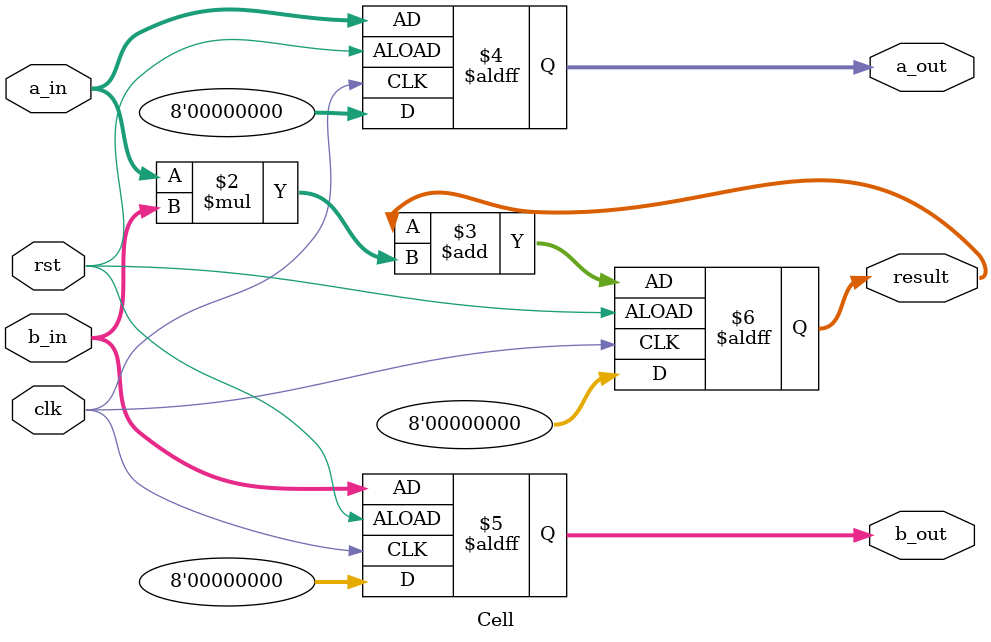
<source format=v>
module Cell(input clk,
            input rst,
            input [7:0] a_in,
            input [7:0] b_in,
            output reg [7:0] a_out,
            output reg [7:0] b_out,
            output reg [7:0] result);

    always @ (posedge clk or negedge rst)
    begin
        if (rst)
        begin
            a_out <= 0;
            b_out <= 0;
            result <= 0;
        end
        else begin
            result = result + a_in * b_in;
            a_out <= a_in;
            b_out <= b_in;
        end 
    end

endmodule

</source>
